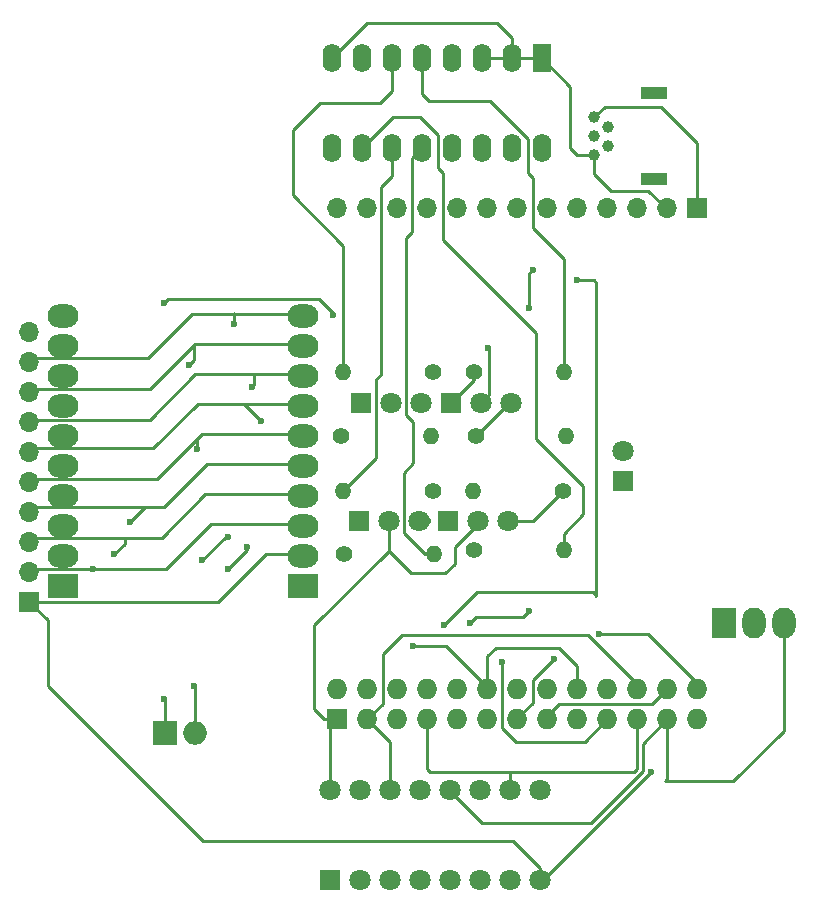
<source format=gtl>
G04 #@! TF.FileFunction,Copper,L1,Top,Signal*
%FSLAX46Y46*%
G04 Gerber Fmt 4.6, Leading zero omitted, Abs format (unit mm)*
G04 Created by KiCad (PCBNEW 4.0.6-e0-6349~52~ubuntu16.10.1) date Tue Jun  6 22:23:42 2017*
%MOMM*%
%LPD*%
G01*
G04 APERTURE LIST*
%ADD10C,0.100000*%
%ADD11R,2.200000X1.000000*%
%ADD12C,1.000000*%
%ADD13R,1.800000X1.800000*%
%ADD14C,1.800000*%
%ADD15R,1.727200X1.727200*%
%ADD16O,1.727200X1.727200*%
%ADD17R,1.700000X1.700000*%
%ADD18O,1.700000X1.700000*%
%ADD19R,2.000000X2.600000*%
%ADD20O,2.000000X2.600000*%
%ADD21R,1.600000X2.400000*%
%ADD22O,1.600000X2.400000*%
%ADD23C,1.400000*%
%ADD24O,1.400000X1.400000*%
%ADD25O,1.998980X1.998980*%
%ADD26R,1.998980X1.998980*%
%ADD27R,2.600000X2.000000*%
%ADD28O,2.600000X2.000000*%
%ADD29C,0.600000*%
%ADD30C,0.250000*%
G04 APERTURE END LIST*
D10*
D11*
X177240000Y-71520000D03*
D12*
X172190000Y-66270000D03*
X173390000Y-67070000D03*
X172190000Y-67870000D03*
X173390000Y-68670000D03*
X172190000Y-69470000D03*
D11*
X177240000Y-64220000D03*
D13*
X149860000Y-130810000D03*
D14*
X152400000Y-130810000D03*
X157480000Y-130810000D03*
X160020000Y-130810000D03*
X162560000Y-130810000D03*
X165100000Y-130810000D03*
X167640000Y-130810000D03*
X167640000Y-123190000D03*
X165100000Y-123190000D03*
X162560000Y-123190000D03*
X160020000Y-123190000D03*
X157480000Y-123190000D03*
X154940000Y-123190000D03*
X152400000Y-123190000D03*
X149860000Y-123190000D03*
X154940000Y-130810000D03*
D15*
X150456900Y-117221000D03*
D16*
X150456900Y-114681000D03*
X152996900Y-117221000D03*
X152996900Y-114681000D03*
X155536900Y-117221000D03*
X155536900Y-114681000D03*
X158076900Y-117221000D03*
X158076900Y-114681000D03*
X160616900Y-117221000D03*
X160616900Y-114681000D03*
X163156900Y-117221000D03*
X163156900Y-114681000D03*
X165696900Y-117221000D03*
X165696900Y-114681000D03*
X168236900Y-117221000D03*
X168236900Y-114681000D03*
X170776900Y-117221000D03*
X170776900Y-114681000D03*
X173316900Y-117221000D03*
X173316900Y-114681000D03*
X175856900Y-117221000D03*
X175856900Y-114681000D03*
X178396900Y-117221000D03*
X178396900Y-114681000D03*
X180936900Y-117221000D03*
X180936900Y-114681000D03*
D17*
X124390000Y-107270000D03*
D18*
X124390000Y-104730000D03*
X124390000Y-102190000D03*
X124390000Y-99650000D03*
X124390000Y-97110000D03*
X124390000Y-94570000D03*
X124390000Y-92030000D03*
X124390000Y-89490000D03*
X124390000Y-86950000D03*
X124390000Y-84410000D03*
D17*
X180940000Y-73970000D03*
D18*
X178400000Y-73970000D03*
X175860000Y-73970000D03*
X173320000Y-73970000D03*
X170780000Y-73970000D03*
X168240000Y-73970000D03*
X165700000Y-73970000D03*
X163160000Y-73970000D03*
X160620000Y-73970000D03*
X158080000Y-73970000D03*
X155540000Y-73970000D03*
X153000000Y-73970000D03*
X150460000Y-73970000D03*
D19*
X183190000Y-109070000D03*
D20*
X185730000Y-109070000D03*
X188270000Y-109070000D03*
D21*
X167790000Y-61270000D03*
D22*
X150010000Y-68890000D03*
X165250000Y-61270000D03*
X152550000Y-68890000D03*
X162710000Y-61270000D03*
X155090000Y-68890000D03*
X160170000Y-61270000D03*
X157630000Y-68890000D03*
X157630000Y-61270000D03*
X160170000Y-68890000D03*
X155090000Y-61270000D03*
X162710000Y-68890000D03*
X152550000Y-61270000D03*
X165250000Y-68890000D03*
X150010000Y-61270000D03*
X167790000Y-68890000D03*
D23*
X162190000Y-93270000D03*
D24*
X169810000Y-93270000D03*
D23*
X150790000Y-93270000D03*
D24*
X158410000Y-93270000D03*
D23*
X158590000Y-97870000D03*
D24*
X150970000Y-97870000D03*
D14*
X165130000Y-90470000D03*
D13*
X160050000Y-90470000D03*
D14*
X162590000Y-90470000D03*
X157530000Y-90470000D03*
D13*
X152450000Y-90470000D03*
D14*
X154990000Y-90470000D03*
X164930000Y-100470000D03*
D13*
X159850000Y-100470000D03*
D14*
X162390000Y-100470000D03*
X157330000Y-100470000D03*
D13*
X152250000Y-100470000D03*
D14*
X154790000Y-100470000D03*
D23*
X161990000Y-102870000D03*
D24*
X169610000Y-102870000D03*
D23*
X150990000Y-103270000D03*
D24*
X158610000Y-103270000D03*
D23*
X169590000Y-97870000D03*
D24*
X161970000Y-97870000D03*
D23*
X161990000Y-87870000D03*
D24*
X169610000Y-87870000D03*
D23*
X158590000Y-87870000D03*
D24*
X150970000Y-87870000D03*
D13*
X174625000Y-97028000D03*
D14*
X174625000Y-94488000D03*
D25*
X138430000Y-118364000D03*
D26*
X135890000Y-118364000D03*
D27*
X147574000Y-105918000D03*
D28*
X147574000Y-103378000D03*
X147574000Y-100838000D03*
X147574000Y-98298000D03*
X147574000Y-95758000D03*
X147574000Y-93218000D03*
X147574000Y-90678000D03*
X147574000Y-88138000D03*
X147574000Y-85598000D03*
X147574000Y-83058000D03*
D27*
X127254000Y-105918000D03*
D28*
X127254000Y-103378000D03*
X127254000Y-100838000D03*
X127254000Y-98298000D03*
X127254000Y-95758000D03*
X127254000Y-93218000D03*
X127254000Y-90678000D03*
X127254000Y-88138000D03*
X127254000Y-85598000D03*
X127254000Y-83058000D03*
D29*
X129794000Y-104521000D03*
X172593000Y-109982000D03*
X168783000Y-112141000D03*
X131572000Y-103251000D03*
X132890000Y-100570000D03*
X138590000Y-94370000D03*
X137890000Y-87270000D03*
X156890000Y-111070000D03*
X143190000Y-89070000D03*
X142790000Y-102670000D03*
X141190000Y-104470000D03*
X143990000Y-91970000D03*
X141690000Y-83770000D03*
X141190000Y-101770000D03*
X138990000Y-103770000D03*
X164390000Y-112370000D03*
X163190000Y-85770000D03*
X166690000Y-82370000D03*
X166990000Y-79170000D03*
X150090000Y-82970000D03*
X135790000Y-81970000D03*
X159490000Y-109270000D03*
X170790000Y-80070000D03*
X166690000Y-108070000D03*
X161690000Y-109070000D03*
X135788400Y-115544600D03*
X138353800Y-114452400D03*
X177038000Y-121666000D03*
X158140000Y-100420000D03*
D30*
X129794000Y-104470000D02*
X124650000Y-104470000D01*
X165696900Y-117221000D02*
X165696900Y-117132100D01*
X165696900Y-117132100D02*
X167005000Y-115824000D01*
X176784000Y-109982000D02*
X180936900Y-114134900D01*
X175895000Y-109982000D02*
X176784000Y-109982000D01*
X172593000Y-109982000D02*
X175895000Y-109982000D01*
X167005000Y-113919000D02*
X168783000Y-112141000D01*
X167005000Y-115824000D02*
X167005000Y-113919000D01*
X180936900Y-114134900D02*
X180936900Y-114681000D01*
X129794000Y-104521000D02*
X129794000Y-104470000D01*
X129794000Y-104470000D02*
X129794000Y-104521000D01*
X129794000Y-104521000D02*
X129794000Y-104470000D01*
X147690000Y-100670000D02*
X139790000Y-100670000D01*
X135990000Y-104470000D02*
X131826000Y-104470000D01*
X131826000Y-104470000D02*
X130290000Y-104470000D01*
X130290000Y-104470000D02*
X129794000Y-104470000D01*
X139790000Y-100670000D02*
X135990000Y-104470000D01*
X124650000Y-104470000D02*
X124390000Y-104730000D01*
X132461000Y-102362000D02*
X131572000Y-103251000D01*
X132461000Y-102362000D02*
X132461000Y-101870000D01*
X132890000Y-100570000D02*
X134190000Y-99270000D01*
X147640000Y-98170000D02*
X139290000Y-98170000D01*
X135590000Y-101870000D02*
X132461000Y-101870000D01*
X139290000Y-98170000D02*
X135590000Y-101870000D01*
X132461000Y-101870000D02*
X130290000Y-101870000D01*
X130290000Y-101870000D02*
X124710000Y-101870000D01*
X124710000Y-101870000D02*
X124390000Y-102190000D01*
X168236900Y-117221000D02*
X168236900Y-116923100D01*
X168236900Y-116923100D02*
X169190000Y-115970000D01*
X169190000Y-115970000D02*
X177107900Y-115970000D01*
X177107900Y-115970000D02*
X178396900Y-114681000D01*
X135190000Y-96870000D02*
X124630000Y-96870000D01*
X138540000Y-93520000D02*
X135190000Y-96870000D01*
X124630000Y-96870000D02*
X124390000Y-97110000D01*
X173316900Y-117221000D02*
X173316900Y-117243100D01*
X173316900Y-117243100D02*
X171390000Y-119170000D01*
X171390000Y-119170000D02*
X165590000Y-119170000D01*
X134590000Y-91870000D02*
X124550000Y-91870000D01*
X124550000Y-91870000D02*
X124390000Y-92030000D01*
X160020000Y-123190000D02*
X160020000Y-123317000D01*
X160020000Y-123317000D02*
X162687000Y-125984000D01*
X162687000Y-125984000D02*
X171958000Y-125984000D01*
X171958000Y-125984000D02*
X176306902Y-121635098D01*
X176306902Y-121635098D02*
X176306902Y-119310998D01*
X176306902Y-119310998D02*
X178396900Y-117221000D01*
X188270000Y-109070000D02*
X188270000Y-118190000D01*
X178396900Y-122263100D02*
X178396900Y-117221000D01*
X178190000Y-122470000D02*
X178396900Y-122263100D01*
X183990000Y-122470000D02*
X178190000Y-122470000D01*
X188270000Y-118190000D02*
X183990000Y-122470000D01*
X134890000Y-94270000D02*
X124690000Y-94270000D01*
X124690000Y-94270000D02*
X124390000Y-94570000D01*
X154940000Y-123190000D02*
X154940000Y-119164100D01*
X154940000Y-119164100D02*
X152996900Y-117221000D01*
X175856900Y-114681000D02*
X175856900Y-114236900D01*
X175856900Y-114236900D02*
X171690000Y-110070000D01*
X171690000Y-110070000D02*
X155890000Y-110070000D01*
X155890000Y-110070000D02*
X154290000Y-111670000D01*
X154290000Y-111670000D02*
X154290000Y-115927900D01*
X154290000Y-115927900D02*
X152996900Y-117221000D01*
X135790000Y-99270000D02*
X134190000Y-99270000D01*
X134190000Y-99270000D02*
X124770000Y-99270000D01*
X124770000Y-99270000D02*
X124390000Y-99650000D01*
X165100000Y-123190000D02*
X165100000Y-121670000D01*
X175856900Y-117221000D02*
X175856900Y-121403100D01*
X158076900Y-121456900D02*
X158076900Y-117221000D01*
X158290000Y-121670000D02*
X158076900Y-121456900D01*
X175590000Y-121670000D02*
X165100000Y-121670000D01*
X165100000Y-121670000D02*
X158290000Y-121670000D01*
X175856900Y-121403100D02*
X175590000Y-121670000D01*
X134590000Y-89270000D02*
X124610000Y-89270000D01*
X138340000Y-85520000D02*
X134590000Y-89270000D01*
X124610000Y-89270000D02*
X124390000Y-89490000D01*
X175856900Y-117221000D02*
X175691000Y-117221000D01*
X158076900Y-117221000D02*
X158076900Y-117030500D01*
X163156900Y-114681000D02*
X163156900Y-114536900D01*
X163156900Y-114536900D02*
X159690000Y-111070000D01*
X159690000Y-111070000D02*
X156890000Y-111070000D01*
X170776900Y-114681000D02*
X170776900Y-112756900D01*
X163156900Y-111903100D02*
X163156900Y-114681000D01*
X163890000Y-111170000D02*
X163156900Y-111903100D01*
X169190000Y-111170000D02*
X163890000Y-111170000D01*
X170776900Y-112756900D02*
X169190000Y-111170000D01*
X134390000Y-86670000D02*
X124670000Y-86670000D01*
X124670000Y-86670000D02*
X124390000Y-86950000D01*
X163156900Y-114681000D02*
X163156900Y-114436900D01*
X138540000Y-94320000D02*
X138540000Y-93520000D01*
X138590000Y-94370000D02*
X138540000Y-94320000D01*
X138990000Y-93070000D02*
X138540000Y-93520000D01*
X165590000Y-119170000D02*
X164390000Y-117970000D01*
X138440000Y-88020000D02*
X134590000Y-91870000D01*
X138640000Y-90520000D02*
X134890000Y-94270000D01*
X139440000Y-95620000D02*
X135790000Y-99270000D01*
X138340000Y-86820000D02*
X138340000Y-85520000D01*
X137890000Y-87270000D02*
X138340000Y-86820000D01*
X138440000Y-85420000D02*
X138340000Y-85520000D01*
X138140000Y-82920000D02*
X134390000Y-86670000D01*
X147690000Y-93070000D02*
X138990000Y-93070000D01*
X143390000Y-88870000D02*
X143390000Y-88020000D01*
X143190000Y-89070000D02*
X143390000Y-88870000D01*
X142790000Y-102870000D02*
X142790000Y-102670000D01*
X141190000Y-104470000D02*
X142790000Y-102870000D01*
X164390000Y-117970000D02*
X164390000Y-112370000D01*
X147690000Y-88020000D02*
X143390000Y-88020000D01*
X143390000Y-88020000D02*
X138440000Y-88020000D01*
X142490000Y-90570000D02*
X142490000Y-90520000D01*
X142540000Y-90520000D02*
X142490000Y-90570000D01*
X143990000Y-91970000D02*
X142540000Y-90520000D01*
X147640000Y-90520000D02*
X142490000Y-90520000D01*
X142490000Y-90520000D02*
X138640000Y-90520000D01*
X147690000Y-95620000D02*
X139440000Y-95620000D01*
X147690000Y-85420000D02*
X138440000Y-85420000D01*
X141690000Y-83770000D02*
X141690000Y-82920000D01*
X140990000Y-101770000D02*
X141190000Y-101770000D01*
X138990000Y-103770000D02*
X140990000Y-101770000D01*
X141690000Y-82920000D02*
X141690000Y-82870000D01*
X141690000Y-82870000D02*
X141690000Y-82920000D01*
X147690000Y-82920000D02*
X141690000Y-82920000D01*
X141690000Y-82920000D02*
X138140000Y-82920000D01*
X161990000Y-87870000D02*
X161990000Y-88530000D01*
X161990000Y-88530000D02*
X160050000Y-90470000D01*
X149860000Y-123190000D02*
X149860000Y-117817900D01*
X149860000Y-117817900D02*
X150456900Y-117221000D01*
X162390000Y-100470000D02*
X162390000Y-100670000D01*
X162390000Y-100670000D02*
X160390000Y-102670000D01*
X160390000Y-102670000D02*
X160390000Y-104070000D01*
X160390000Y-104070000D02*
X159590000Y-104870000D01*
X159590000Y-104870000D02*
X156690000Y-104870000D01*
X156690000Y-104870000D02*
X154790000Y-102970000D01*
X150456900Y-117221000D02*
X149341000Y-117221000D01*
X154790000Y-102970000D02*
X154790000Y-100470000D01*
X148490000Y-109270000D02*
X154790000Y-102970000D01*
X148490000Y-116370000D02*
X148490000Y-109270000D01*
X149341000Y-117221000D02*
X148490000Y-116370000D01*
X163290000Y-89770000D02*
X162590000Y-90470000D01*
X163290000Y-85870000D02*
X163290000Y-89770000D01*
X163190000Y-85770000D02*
X163290000Y-85870000D01*
X166690000Y-79470000D02*
X166690000Y-82370000D01*
X166990000Y-79170000D02*
X166690000Y-79470000D01*
X150090000Y-82870000D02*
X150090000Y-82970000D01*
X148890000Y-81670000D02*
X150090000Y-82870000D01*
X136090000Y-81670000D02*
X148890000Y-81670000D01*
X135790000Y-81970000D02*
X136090000Y-81670000D01*
X162290000Y-106470000D02*
X159490000Y-109270000D01*
X172090000Y-106470000D02*
X162290000Y-106470000D01*
X172390000Y-106770000D02*
X172090000Y-106470000D01*
X172390000Y-80270000D02*
X172390000Y-106770000D01*
X172190000Y-80070000D02*
X172390000Y-80270000D01*
X170790000Y-80070000D02*
X172190000Y-80070000D01*
X158076900Y-114681000D02*
X158076900Y-115183100D01*
X166690000Y-108070000D02*
X166190000Y-108570000D01*
X166190000Y-108570000D02*
X162190000Y-108570000D01*
X162190000Y-108570000D02*
X161690000Y-109070000D01*
X135890000Y-118364000D02*
X135890000Y-115646200D01*
X135890000Y-115646200D02*
X135788400Y-115544600D01*
X138430000Y-118364000D02*
X138430000Y-114528600D01*
X138430000Y-114528600D02*
X138353800Y-114452400D01*
X180940000Y-73970000D02*
X180940000Y-68420000D01*
X173090000Y-65370000D02*
X172190000Y-66270000D01*
X177890000Y-65370000D02*
X173090000Y-65370000D01*
X180940000Y-68420000D02*
X177890000Y-65370000D01*
X169610000Y-102870000D02*
X169610000Y-101550000D01*
X155170000Y-66270000D02*
X152550000Y-68890000D01*
X157490000Y-66270000D02*
X155170000Y-66270000D01*
X158990000Y-67770000D02*
X157490000Y-66270000D01*
X158990000Y-70570000D02*
X158990000Y-67770000D01*
X159390000Y-70970000D02*
X158990000Y-70570000D01*
X159390000Y-76670000D02*
X159390000Y-70970000D01*
X167290000Y-84570000D02*
X159390000Y-76670000D01*
X167290000Y-93470000D02*
X167290000Y-84570000D01*
X171290000Y-97470000D02*
X167290000Y-93470000D01*
X171290000Y-99870000D02*
X171290000Y-97470000D01*
X169610000Y-101550000D02*
X171290000Y-99870000D01*
X158610000Y-103270000D02*
X157890000Y-103270000D01*
X156790000Y-69730000D02*
X157630000Y-68890000D01*
X156790000Y-75970000D02*
X156790000Y-69730000D01*
X156290000Y-76470000D02*
X156790000Y-75970000D01*
X156290000Y-91470000D02*
X156290000Y-76470000D01*
X156890000Y-92070000D02*
X156290000Y-91470000D01*
X156890000Y-95570000D02*
X156890000Y-92070000D01*
X156090000Y-96370000D02*
X156890000Y-95570000D01*
X156090000Y-101470000D02*
X156090000Y-96370000D01*
X157890000Y-103270000D02*
X156090000Y-101470000D01*
X169610000Y-87870000D02*
X169610000Y-78290000D01*
X157630000Y-64310000D02*
X157630000Y-61270000D01*
X158190000Y-64870000D02*
X157630000Y-64310000D01*
X163390000Y-64870000D02*
X158190000Y-64870000D01*
X166590000Y-68070000D02*
X163390000Y-64870000D01*
X166590000Y-70970000D02*
X166590000Y-68070000D01*
X166990000Y-71370000D02*
X166590000Y-70970000D01*
X166990000Y-75670000D02*
X166990000Y-71370000D01*
X169610000Y-78290000D02*
X166990000Y-75670000D01*
X155090000Y-68890000D02*
X155090000Y-71270000D01*
X153690000Y-95150000D02*
X150970000Y-97870000D01*
X153690000Y-88470000D02*
X153690000Y-95150000D01*
X154190000Y-87970000D02*
X153690000Y-88470000D01*
X154190000Y-72170000D02*
X154190000Y-87970000D01*
X155090000Y-71270000D02*
X154190000Y-72170000D01*
X150970000Y-87870000D02*
X150970000Y-77150000D01*
X155090000Y-64070000D02*
X155090000Y-61270000D01*
X154090000Y-65070000D02*
X155090000Y-64070000D01*
X148990000Y-65070000D02*
X154090000Y-65070000D01*
X146690000Y-67370000D02*
X148990000Y-65070000D01*
X146690000Y-72870000D02*
X146690000Y-67370000D01*
X150970000Y-77150000D02*
X146690000Y-72870000D01*
X147640000Y-103220000D02*
X144430000Y-103220000D01*
X140380000Y-107270000D02*
X124390000Y-107270000D01*
X144430000Y-103220000D02*
X140380000Y-107270000D01*
X167640000Y-130810000D02*
X167640000Y-129794000D01*
X125984000Y-108864000D02*
X124390000Y-107270000D01*
X167640000Y-129794000D02*
X165354000Y-127508000D01*
X167640000Y-130810000D02*
X167894000Y-130810000D01*
X167894000Y-130810000D02*
X177038000Y-121666000D01*
X167640000Y-130810000D02*
X168300400Y-130810000D01*
X165250000Y-61270000D02*
X165250000Y-59530000D01*
X153010000Y-58270000D02*
X150010000Y-61270000D01*
X163990000Y-58270000D02*
X153010000Y-58270000D01*
X165250000Y-59530000D02*
X163990000Y-58270000D01*
X165250000Y-61270000D02*
X162710000Y-61270000D01*
X167790000Y-61270000D02*
X165250000Y-61270000D01*
X172190000Y-69470000D02*
X170790000Y-69470000D01*
X170190000Y-63670000D02*
X167790000Y-61270000D01*
X170190000Y-68870000D02*
X170190000Y-63670000D01*
X170790000Y-69470000D02*
X170190000Y-68870000D01*
X178400000Y-73970000D02*
X178290000Y-73970000D01*
X178290000Y-73970000D02*
X176790000Y-72470000D01*
X176790000Y-72470000D02*
X173590000Y-72470000D01*
X173590000Y-72470000D02*
X172190000Y-71070000D01*
X172190000Y-71070000D02*
X172190000Y-69470000D01*
X139065000Y-127508000D02*
X125984000Y-114427000D01*
X165354000Y-127508000D02*
X139065000Y-127508000D01*
X125984000Y-114427000D02*
X125984000Y-108864000D01*
X165130000Y-90470000D02*
X164990000Y-90470000D01*
X164990000Y-90470000D02*
X162190000Y-93270000D01*
X164930000Y-100470000D02*
X166990000Y-100470000D01*
X166990000Y-100470000D02*
X169590000Y-97870000D01*
M02*

</source>
